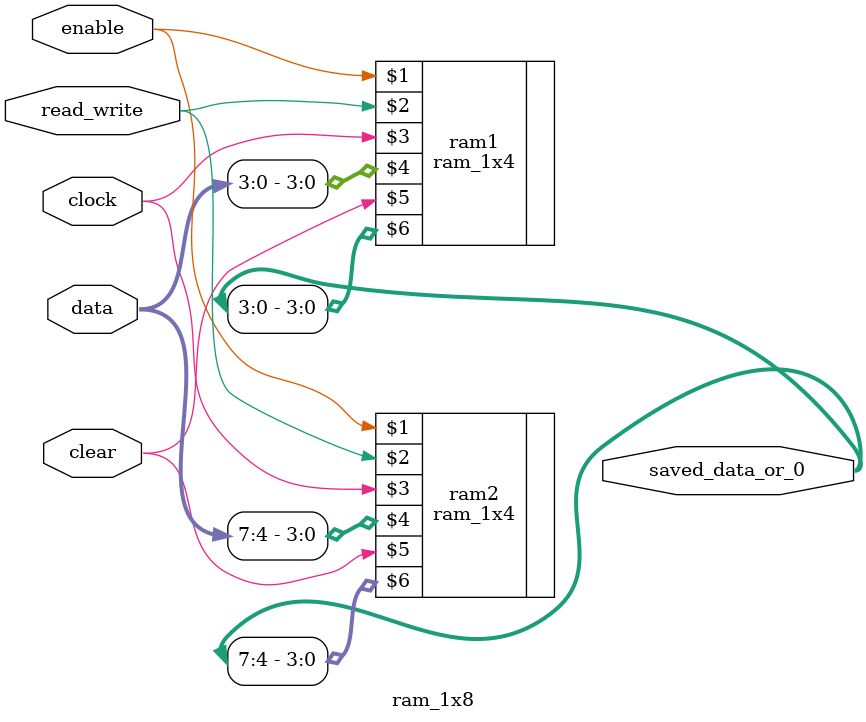
<source format=v>

`ifndef RAM_1X8_V
`define RAM_1X8_V

`include "RAM_1x4.v"

module ram_1x8 (input enable, input read_write, input clock, input [7:0] data, input clear, output [7:0] saved_data_or_0);

    ram_1x4 ram1(enable, read_write, clock, data[3:0], clear, saved_data_or_0[3:0]);
    ram_1x4 ram2(enable, read_write, clock, data[7:4], clear, saved_data_or_0[7:4]);

endmodule

`endif
</source>
